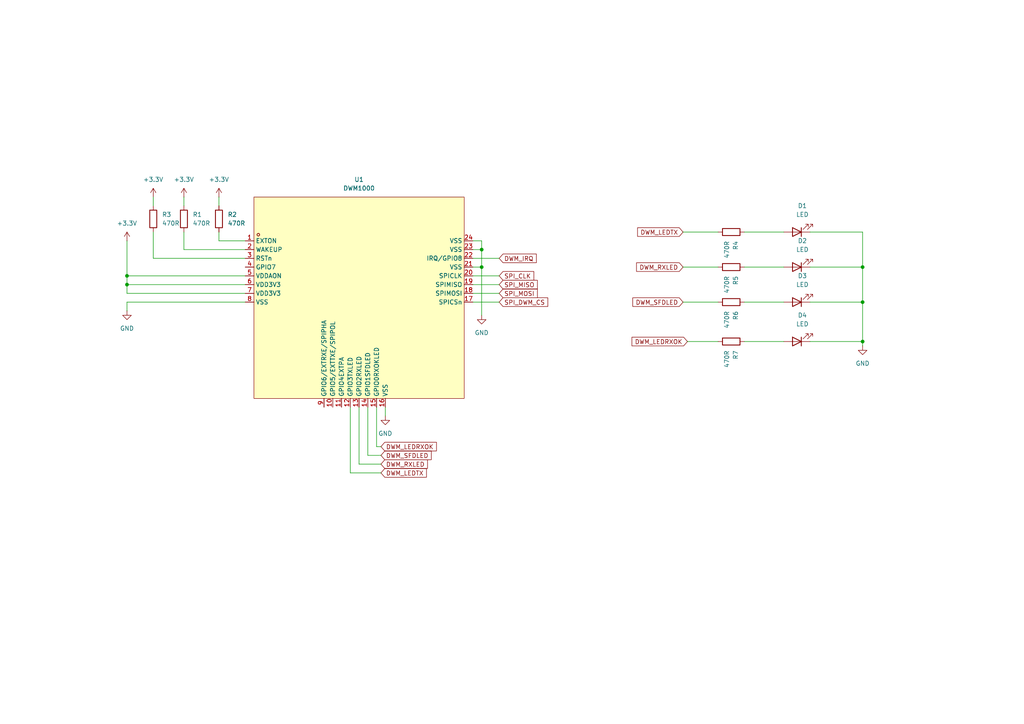
<source format=kicad_sch>
(kicad_sch (version 20231120) (generator "eeschema") (generator_version "8.0")
  (paper "A4")
  (lib_symbols
    (symbol "Device:LED" (pin_numbers hide) (pin_names (offset 1.016) hide)
      (property "Reference" "D" (at 0 2.54 0))
      (property "Value" "LED" (at 0 -2.54 0))
      (symbol "LED_0_1"
        (polyline (pts (xy -1.27 -1.27) (xy -1.27 1.27)) (stroke (width 0.254)))
        (polyline (pts (xy -1.27 0) (xy 1.27 0)))
        (polyline (pts (xy 1.27 -1.27) (xy 1.27 1.27) (xy -1.27 0) (xy 1.27 -1.27)) (stroke (width 0.254)))
        (polyline (pts (xy -3.048 -0.762) (xy -4.572 -2.286) (xy -3.81 -2.286) (xy -4.572 -2.286) (xy -4.572 -1.524)))
        (polyline (pts (xy -1.778 -0.762) (xy -3.302 -2.286) (xy -2.54 -2.286) (xy -3.302 -2.286) (xy -3.302 -1.524)))
      )
      (symbol "LED_1_1"
        (pin passive line (at -3.81 0 0) (length 2.54) (name "K") (number "1"))
        (pin passive line (at 3.81 0 180) (length 2.54) (name "A") (number "2"))
      )
    )
    (symbol "Device:R" (pin_numbers hide) (pin_names (offset 0))
      (property "Reference" "R" (at 2.032 0 90))
      (property "Value" "R" (at 0 0 90))
      (symbol "R_0_1"
        (rectangle (start -1.016 -2.54) (end 1.016 2.54) (stroke (width 0.254)))
      )
      (symbol "R_1_1"
        (pin passive line (at 0 3.81 270) (length 1.27) (name "~") (number "1"))
        (pin passive line (at 0 -3.81 90) (length 1.27) (name "~") (number "2"))
      )
    )
    (symbol "easyeda2kicad:DWM1000"
      (property "Reference" "U" (at 0 22.86 0))
      (property "Value" "DWM1000" (at 0 -35.56 0))
      (symbol "DWM1000_0_1"
        (rectangle (start -30.48 30.48) (end 30.48 -27.94) (fill (type background)))
        (circle (center -29.21 19.56) (radius 0.38))
        (circle (center -29.21 19.56) (radius 0.38))
        (pin unspecified line (at -33.02 17.78 0) (length 2.54) (name "EXTON") (number "1"))
        (pin unspecified line (at -7.62 -30.48 90) (length 2.54) (name "GPIO5/EXTTXE/SPIPOL") (number "10"))
        (pin unspecified line (at -5.08 -30.48 90) (length 2.54) (name "GPIO4EXTPA") (number "11"))
        (pin unspecified line (at -2.54 -30.48 90) (length 2.54) (name "GPIO3TXLED") (number "12"))
        (pin unspecified line (at 0 -30.48 90) (length 2.54) (name "GPIO2RXLED") (number "13"))
        (pin unspecified line (at 2.54 -30.48 90) (length 2.54) (name "GPIO1SFDLED") (number "14"))
        (pin unspecified line (at 5.08 -30.48 90) (length 2.54) (name "GPIO0RXOKLED") (number "15"))
        (pin unspecified line (at 7.62 -30.48 90) (length 2.54) (name "VSS") (number "16"))
        (pin unspecified line (at 33.02 0 180) (length 2.54) (name "SPICSn") (number "17"))
        (pin unspecified line (at 33.02 2.54 180) (length 2.54) (name "SPIMOSI") (number "18"))
        (pin unspecified line (at 33.02 5.08 180) (length 2.54) (name "SPIMISO") (number "19"))
        (pin unspecified line (at -33.02 15.24 0) (length 2.54) (name "WAKEUP") (number "2"))
        (pin unspecified line (at 33.02 7.62 180) (length 2.54) (name "SPICLK") (number "20"))
        (pin unspecified line (at 33.02 10.16 180) (length 2.54) (name "VSS") (number "21"))
        (pin unspecified line (at 33.02 12.7 180) (length 2.54) (name "IRQ/GPIO8") (number "22"))
        (pin unspecified line (at 33.02 15.24 180) (length 2.54) (name "VSS") (number "23"))
        (pin unspecified line (at 33.02 17.78 180) (length 2.54) (name "VSS") (number "24"))
        (pin unspecified line (at -33.02 12.7 0) (length 2.54) (name "RSTn") (number "3"))
        (pin unspecified line (at -33.02 10.16 0) (length 2.54) (name "GPIO7") (number "4"))
        (pin unspecified line (at -33.02 7.62 0) (length 2.54) (name "VDDAON") (number "5"))
        (pin unspecified line (at -33.02 5.08 0) (length 2.54) (name "VDD3V3") (number "6"))
        (pin unspecified line (at -33.02 2.54 0) (length 2.54) (name "VDD3V3") (number "7"))
        (pin unspecified line (at -33.02 0 0) (length 2.54) (name "VSS") (number "8"))
        (pin unspecified line (at -10.16 -30.48 90) (length 2.54) (name "GPIO6/EXTRXE/SPIPHA") (number "9"))
      )
    )
    (symbol "power:+3.3V" (power) (pin_numbers hide) (pin_names (offset 0) hide)
      (property "Value" "+3.3V" (at 0 3.556 0))
      (symbol "+3.3V_0_1"
        (polyline (pts (xy -0.762 1.27) (xy 0 2.54)))
        (polyline (pts (xy 0 0) (xy 0 2.54)))
        (polyline (pts (xy 0 2.54) (xy 0.762 1.27)))
      )
      (symbol "+3.3V_1_1"
        (pin power_in line (at 0 0 90) (length 0) (name "~") (number "1"))
      )
    )
    (symbol "power:GND" (power) (pin_numbers hide) (pin_names (offset 0) hide)
      (property "Value" "GND" (at 0 -3.81 0))
      (symbol "GND_0_1"
        (polyline (pts (xy 0 0) (xy 0 -1.27) (xy 1.27 -1.27) (xy 0 -2.54) (xy -1.27 -1.27) (xy 0 -1.27)))
      )
      (symbol "GND_1_1"
        (pin power_in line (at 0 0 270) (length 0) (name "~") (number "1"))
      )
    )
  )
  (junction (at 139.7 72.39))
  (junction (at 250.19 99.06))
  (junction (at 36.83 80.01))
  (junction (at 250.19 77.47))
  (junction (at 36.83 82.55))
  (junction (at 250.19 87.63))
  (junction (at 139.7 77.47))
  (wire (pts (xy 36.83 82.55) (xy 36.83 80.01)))
  (wire (pts (xy 250.19 99.06) (xy 250.19 100.33)))
  (wire (pts (xy 53.34 72.39) (xy 53.34 67.31)))
  (wire (pts (xy 63.5 69.85) (xy 63.5 67.31)))
  (wire (pts (xy 250.19 87.63) (xy 250.19 99.06)))
  (wire (pts (xy 215.9 77.47) (xy 227.33 77.47)))
  (wire (pts (xy 139.7 69.85) (xy 139.7 72.39)))
  (wire (pts (xy 36.83 82.55) (xy 71.12 82.55)))
  (wire (pts (xy 36.83 80.01) (xy 36.83 69.85)))
  (wire (pts (xy 53.34 72.39) (xy 71.12 72.39)))
  (wire (pts (xy 137.16 82.55) (xy 144.78 82.55)))
  (wire (pts (xy 71.12 87.63) (xy 36.83 87.63)))
  (wire (pts (xy 139.7 77.47) (xy 139.7 91.44)))
  (wire (pts (xy 71.12 74.93) (xy 44.45 74.93)))
  (wire (pts (xy 63.5 69.85) (xy 71.12 69.85)))
  (wire (pts (xy 215.9 87.63) (xy 227.33 87.63)))
  (wire (pts (xy 101.6 118.11) (xy 101.6 137.16)))
  (wire (pts (xy 104.14 118.11) (xy 104.14 134.62)))
  (wire (pts (xy 250.19 77.47) (xy 250.19 87.63)))
  (wire (pts (xy 198.12 77.47) (xy 208.28 77.47)))
  (wire (pts (xy 63.5 57.15) (xy 63.5 59.69)))
  (wire (pts (xy 109.22 129.54) (xy 110.49 129.54)))
  (wire (pts (xy 101.6 137.16) (xy 110.49 137.16)))
  (wire (pts (xy 104.14 134.62) (xy 110.49 134.62)))
  (wire (pts (xy 36.83 87.63) (xy 36.83 90.17)))
  (wire (pts (xy 109.22 118.11) (xy 109.22 129.54)))
  (wire (pts (xy 106.68 132.08) (xy 110.49 132.08)))
  (wire (pts (xy 44.45 74.93) (xy 44.45 67.31)))
  (wire (pts (xy 111.76 118.11) (xy 111.76 120.65)))
  (wire (pts (xy 234.95 87.63) (xy 250.19 87.63)))
  (wire (pts (xy 137.16 80.01) (xy 144.78 80.01)))
  (wire (pts (xy 44.45 57.15) (xy 44.45 59.69)))
  (wire (pts (xy 36.83 80.01) (xy 71.12 80.01)))
  (wire (pts (xy 137.16 69.85) (xy 139.7 69.85)))
  (wire (pts (xy 215.9 67.31) (xy 227.33 67.31)))
  (wire (pts (xy 137.16 87.63) (xy 144.78 87.63)))
  (wire (pts (xy 137.16 85.09) (xy 144.78 85.09)))
  (wire (pts (xy 36.83 85.09) (xy 36.83 82.55)))
  (wire (pts (xy 139.7 72.39) (xy 139.7 77.47)))
  (wire (pts (xy 71.12 85.09) (xy 36.83 85.09)))
  (wire (pts (xy 137.16 74.93) (xy 144.78 74.93)))
  (wire (pts (xy 198.12 87.63) (xy 208.28 87.63)))
  (wire (pts (xy 53.34 57.15) (xy 53.34 59.69)))
  (wire (pts (xy 137.16 77.47) (xy 139.7 77.47)))
  (wire (pts (xy 234.95 99.06) (xy 250.19 99.06)))
  (wire (pts (xy 137.16 72.39) (xy 139.7 72.39)))
  (wire (pts (xy 234.95 77.47) (xy 250.19 77.47)))
  (wire (pts (xy 234.95 67.31) (xy 250.19 67.31)))
  (wire (pts (xy 199.39 99.06) (xy 208.28 99.06)))
  (wire (pts (xy 250.19 67.31) (xy 250.19 77.47)))
  (wire (pts (xy 215.9 99.06) (xy 227.33 99.06)))
  (wire (pts (xy 198.12 67.31) (xy 208.28 67.31)))
  (wire (pts (xy 106.68 118.11) (xy 106.68 132.08)))
  (global_label "SPI_MOSI" (shape input) (at 144.78 85.09 0) (property "Intersheetrefs" "${INTERSHEET_REFS}" (effects (hide yes))))
  (global_label "SPI_DWM_CS" (shape input) (at 144.78 87.63 0) (property "Intersheetrefs" "${INTERSHEET_REFS}" (effects (hide yes))))
  (global_label "DWM_LEDTX" (shape input) (at 110.49 137.16 0) (property "Intersheetrefs" "${INTERSHEET_REFS}" (effects (hide yes))))
  (global_label "DWM_LEDRXOK" (shape input) (at 199.39 99.06 180) (property "Intersheetrefs" "${INTERSHEET_REFS}" (effects (hide yes))))
  (global_label "SPI_CLK" (shape input) (at 144.78 80.01 0) (property "Intersheetrefs" "${INTERSHEET_REFS}" (effects (hide yes))))
  (global_label "DWM_SFDLED" (shape input) (at 198.12 87.63 180) (property "Intersheetrefs" "${INTERSHEET_REFS}" (effects (hide yes))))
  (global_label "DWM_RXLED" (shape input) (at 110.49 134.62 0) (property "Intersheetrefs" "${INTERSHEET_REFS}" (effects (hide yes))))
  (global_label "DWM_RXLED" (shape input) (at 198.12 77.47 180) (property "Intersheetrefs" "${INTERSHEET_REFS}" (effects (hide yes))))
  (global_label "DWM_LEDTX" (shape input) (at 198.12 67.31 180) (property "Intersheetrefs" "${INTERSHEET_REFS}" (effects (hide yes))))
  (global_label "DWM_SFDLED" (shape input) (at 110.49 132.08 0) (property "Intersheetrefs" "${INTERSHEET_REFS}" (effects (hide yes))))
  (global_label "SPI_MISO" (shape input) (at 144.78 82.55 0) (property "Intersheetrefs" "${INTERSHEET_REFS}" (effects (hide yes))))
  (global_label "DWM_IRQ" (shape input) (at 144.78 74.93 0) (property "Intersheetrefs" "${INTERSHEET_REFS}" (effects (hide yes))))
  (global_label "DWM_LEDRXOK" (shape input) (at 110.49 129.54 0) (property "Intersheetrefs" "${INTERSHEET_REFS}" (effects (hide yes))))
  (symbol (lib_id "Device:R") (at 212.09 67.31 270) (unit 1)
    (property "Reference" "R4" (at 213.3601 69.85 0) (effects (justify left)))
    (property "Value" "470R" (at 210.8201 69.85 0) (effects (justify left)))
    (property "Footprint" "Resistor_SMD:R_0603_1608Metric" (effects (hide yes)))
    (property "Description" "Resistor" (effects (hide yes)))
  )
  (symbol (lib_id "Device:R") (at 212.09 77.47 270) (unit 1)
    (property "Reference" "R5" (at 213.3601 80.01 0) (effects (justify left)))
    (property "Value" "470R" (at 210.8201 80.01 0) (effects (justify left)))
    (property "Footprint" "Resistor_SMD:R_0603_1608Metric" (effects (hide yes)))
    (property "Description" "Resistor" (effects (hide yes)))
  )
  (symbol (lib_id "Device:R") (at 63.5 63.5 0) (unit 1)
    (property "Reference" "R2" (at 66.04 62.2299 0) (effects (justify left)))
    (property "Value" "470R" (at 66.04 64.7699 0) (effects (justify left)))
    (property "Footprint" "Resistor_SMD:R_0603_1608Metric" (effects (hide yes)))
    (property "Description" "Resistor" (effects (hide yes)))
  )
  (symbol (lib_id "Device:R") (at 53.34 63.5 0) (unit 1)
    (property "Reference" "R1" (at 55.88 62.2299 0) (effects (justify left)))
    (property "Value" "470R" (at 55.88 64.7699 0) (effects (justify left)))
    (property "Footprint" "Resistor_SMD:R_0603_1608Metric" (effects (hide yes)))
    (property "Description" "Resistor" (effects (hide yes)))
  )
  (symbol (lib_id "Device:LED") (at 231.14 67.31 180) (unit 1)
    (property "Reference" "D1" (at 232.7275 59.69 0))
    (property "Value" "LED" (at 232.7275 62.23 0))
    (property "Footprint" "LED_SMD:LED_0805_2012Metric" (effects (hide yes)))
    (property "Description" "Light emitting diode" (effects (hide yes)))
  )
  (symbol (lib_id "power:+3.3V") (at 53.34 57.15 0) (unit 1)
    (property "Reference" "#PWR07" (effects (hide yes)))
    (property "Value" "+3.3V" (at 53.34 52.07 0))
    (property "Description" "Power symbol creates a global label with name \"+3.3V\"" (effects (hide yes)))
  )
  (symbol (lib_id "Device:R") (at 212.09 99.06 270) (unit 1)
    (property "Reference" "R7" (at 213.3601 101.6 0) (effects (justify left)))
    (property "Value" "470R" (at 210.8201 101.6 0) (effects (justify left)))
    (property "Footprint" "Resistor_SMD:R_0603_1608Metric" (effects (hide yes)))
    (property "Description" "Resistor" (effects (hide yes)))
  )
  (symbol (lib_id "power:GND") (at 36.83 90.17 0) (unit 1)
    (property "Reference" "#PWR02" (effects (hide yes)))
    (property "Value" "GND" (at 36.83 95.25 0))
    (property "Description" "Power symbol creates a global label with name \"GND\" , ground" (effects (hide yes)))
  )
  (symbol (lib_id "power:GND") (at 250.19 100.33 0) (unit 1)
    (property "Reference" "#PWR011" (effects (hide yes)))
    (property "Value" "GND" (at 250.19 105.41 0))
    (property "Description" "Power symbol creates a global label with name \"GND\" , ground" (effects (hide yes)))
  )
  (symbol (lib_id "Device:LED") (at 231.14 99.06 180) (unit 1)
    (property "Reference" "D4" (at 232.7275 91.44 0))
    (property "Value" "LED" (at 232.7275 93.98 0))
    (property "Footprint" "LED_SMD:LED_0805_2012Metric" (effects (hide yes)))
    (property "Description" "Light emitting diode" (effects (hide yes)))
  )
  (symbol (lib_id "power:+3.3V") (at 36.83 69.85 0) (unit 1)
    (property "Reference" "#PWR01" (effects (hide yes)))
    (property "Value" "+3.3V" (at 36.83 64.77 0))
    (property "Description" "Power symbol creates a global label with name \"+3.3V\"" (effects (hide yes)))
  )
  (symbol (lib_id "Device:R") (at 212.09 87.63 270) (unit 1)
    (property "Reference" "R6" (at 213.3601 90.17 0) (effects (justify left)))
    (property "Value" "470R" (at 210.8201 90.17 0) (effects (justify left)))
    (property "Footprint" "Resistor_SMD:R_0603_1608Metric" (effects (hide yes)))
    (property "Description" "Resistor" (effects (hide yes)))
  )
  (symbol (lib_id "Device:LED") (at 231.14 87.63 180) (unit 1)
    (property "Reference" "D3" (at 232.7275 80.01 0))
    (property "Value" "LED" (at 232.7275 82.55 0))
    (property "Footprint" "LED_SMD:LED_0805_2012Metric" (effects (hide yes)))
    (property "Description" "Light emitting diode" (effects (hide yes)))
  )
  (symbol (lib_id "Device:LED") (at 231.14 77.47 180) (unit 1)
    (property "Reference" "D2" (at 232.7275 69.85 0))
    (property "Value" "LED" (at 232.7275 72.39 0))
    (property "Footprint" "LED_SMD:LED_0805_2012Metric" (effects (hide yes)))
    (property "Description" "Light emitting diode" (effects (hide yes)))
  )
  (symbol (lib_id "easyeda2kicad:DWM1000") (at 104.14 87.63 0) (unit 1)
    (property "Reference" "U1" (at 104.14 52.07 0))
    (property "Value" "DWM1000" (at 104.14 54.61 0))
    (property "Footprint" "easyeda2kicad:WIRELM-TH_DWM1000" (effects (hide yes)))
    (property "Datasheet" "https://lcsc.com/product-detail/Wireless-Modules_DecaWave_DWM1000_DWM1000_C95238.html" (effects (hide yes)))
    (property "LCSC Part" "C95238" (effects (hide yes)))
  )
  (symbol (lib_id "power:GND") (at 111.76 120.65 0) (unit 1)
    (property "Reference" "#PWR09" (effects (hide yes)))
    (property "Value" "GND" (at 111.76 125.73 0))
    (property "Description" "Power symbol creates a global label with name \"GND\" , ground" (effects (hide yes)))
  )
  (symbol (lib_id "power:+3.3V") (at 44.45 57.15 0) (unit 1)
    (property "Reference" "#PWR06" (effects (hide yes)))
    (property "Value" "+3.3V" (at 44.45 52.07 0))
    (property "Description" "Power symbol creates a global label with name \"+3.3V\"" (effects (hide yes)))
  )
  (symbol (lib_id "Device:R") (at 44.45 63.5 0) (unit 1)
    (property "Reference" "R3" (at 46.99 62.2299 0) (effects (justify left)))
    (property "Value" "470R" (at 46.99 64.7699 0) (effects (justify left)))
    (property "Footprint" "Resistor_SMD:R_0603_1608Metric" (effects (hide yes)))
    (property "Description" "Resistor" (effects (hide yes)))
  )
  (symbol (lib_id "power:+3.3V") (at 63.5 57.15 0) (unit 1)
    (property "Reference" "#PWR08" (effects (hide yes)))
    (property "Value" "+3.3V" (at 63.5 52.07 0))
    (property "Description" "Power symbol creates a global label with name \"+3.3V\"" (effects (hide yes)))
  )
  (symbol (lib_id "power:GND") (at 139.7 91.44 0) (unit 1)
    (property "Reference" "#PWR010" (effects (hide yes)))
    (property "Value" "GND" (at 139.7 96.52 0))
    (property "Description" "Power symbol creates a global label with name \"GND\" , ground" (effects (hide yes)))
  )
)
</source>
